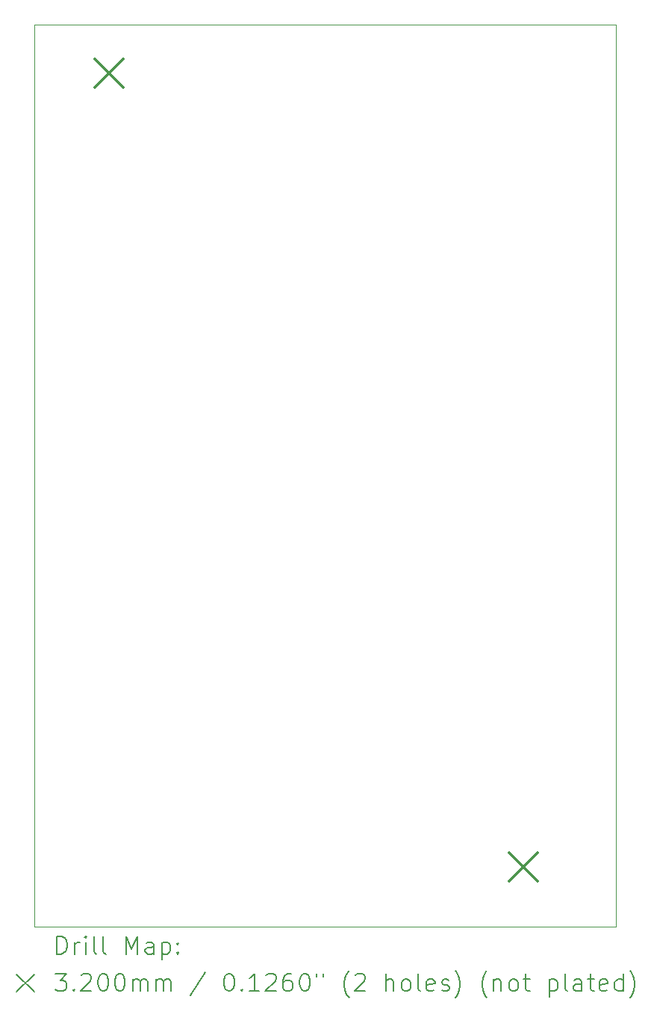
<source format=gbr>
%TF.GenerationSoftware,KiCad,Pcbnew,8.0.2-1*%
%TF.CreationDate,2024-11-16T17:54:16-05:00*%
%TF.ProjectId,JB_PCB,4a425f50-4342-42e6-9b69-6361645f7063,rev?*%
%TF.SameCoordinates,Original*%
%TF.FileFunction,Drillmap*%
%TF.FilePolarity,Positive*%
%FSLAX45Y45*%
G04 Gerber Fmt 4.5, Leading zero omitted, Abs format (unit mm)*
G04 Created by KiCad (PCBNEW 8.0.2-1) date 2024-11-16 17:54:16*
%MOMM*%
%LPD*%
G01*
G04 APERTURE LIST*
%ADD10C,0.050000*%
%ADD11C,0.200000*%
%ADD12C,0.320000*%
G04 APERTURE END LIST*
D10*
X10250000Y-4350000D02*
X16850000Y-4350000D01*
X16850000Y-14575000D01*
X10250000Y-14575000D01*
X10250000Y-4350000D01*
D11*
D12*
X10940000Y-4740000D02*
X11260000Y-5060000D01*
X11260000Y-4740000D02*
X10940000Y-5060000D01*
X15640000Y-13740000D02*
X15960000Y-14060000D01*
X15960000Y-13740000D02*
X15640000Y-14060000D01*
D11*
X10508277Y-14888984D02*
X10508277Y-14688984D01*
X10508277Y-14688984D02*
X10555896Y-14688984D01*
X10555896Y-14688984D02*
X10584467Y-14698508D01*
X10584467Y-14698508D02*
X10603515Y-14717555D01*
X10603515Y-14717555D02*
X10613039Y-14736603D01*
X10613039Y-14736603D02*
X10622563Y-14774698D01*
X10622563Y-14774698D02*
X10622563Y-14803269D01*
X10622563Y-14803269D02*
X10613039Y-14841365D01*
X10613039Y-14841365D02*
X10603515Y-14860412D01*
X10603515Y-14860412D02*
X10584467Y-14879460D01*
X10584467Y-14879460D02*
X10555896Y-14888984D01*
X10555896Y-14888984D02*
X10508277Y-14888984D01*
X10708277Y-14888984D02*
X10708277Y-14755650D01*
X10708277Y-14793746D02*
X10717801Y-14774698D01*
X10717801Y-14774698D02*
X10727324Y-14765174D01*
X10727324Y-14765174D02*
X10746372Y-14755650D01*
X10746372Y-14755650D02*
X10765420Y-14755650D01*
X10832086Y-14888984D02*
X10832086Y-14755650D01*
X10832086Y-14688984D02*
X10822563Y-14698508D01*
X10822563Y-14698508D02*
X10832086Y-14708031D01*
X10832086Y-14708031D02*
X10841610Y-14698508D01*
X10841610Y-14698508D02*
X10832086Y-14688984D01*
X10832086Y-14688984D02*
X10832086Y-14708031D01*
X10955896Y-14888984D02*
X10936848Y-14879460D01*
X10936848Y-14879460D02*
X10927324Y-14860412D01*
X10927324Y-14860412D02*
X10927324Y-14688984D01*
X11060658Y-14888984D02*
X11041610Y-14879460D01*
X11041610Y-14879460D02*
X11032086Y-14860412D01*
X11032086Y-14860412D02*
X11032086Y-14688984D01*
X11289229Y-14888984D02*
X11289229Y-14688984D01*
X11289229Y-14688984D02*
X11355896Y-14831841D01*
X11355896Y-14831841D02*
X11422562Y-14688984D01*
X11422562Y-14688984D02*
X11422562Y-14888984D01*
X11603515Y-14888984D02*
X11603515Y-14784222D01*
X11603515Y-14784222D02*
X11593991Y-14765174D01*
X11593991Y-14765174D02*
X11574943Y-14755650D01*
X11574943Y-14755650D02*
X11536848Y-14755650D01*
X11536848Y-14755650D02*
X11517801Y-14765174D01*
X11603515Y-14879460D02*
X11584467Y-14888984D01*
X11584467Y-14888984D02*
X11536848Y-14888984D01*
X11536848Y-14888984D02*
X11517801Y-14879460D01*
X11517801Y-14879460D02*
X11508277Y-14860412D01*
X11508277Y-14860412D02*
X11508277Y-14841365D01*
X11508277Y-14841365D02*
X11517801Y-14822317D01*
X11517801Y-14822317D02*
X11536848Y-14812793D01*
X11536848Y-14812793D02*
X11584467Y-14812793D01*
X11584467Y-14812793D02*
X11603515Y-14803269D01*
X11698753Y-14755650D02*
X11698753Y-14955650D01*
X11698753Y-14765174D02*
X11717801Y-14755650D01*
X11717801Y-14755650D02*
X11755896Y-14755650D01*
X11755896Y-14755650D02*
X11774943Y-14765174D01*
X11774943Y-14765174D02*
X11784467Y-14774698D01*
X11784467Y-14774698D02*
X11793991Y-14793746D01*
X11793991Y-14793746D02*
X11793991Y-14850888D01*
X11793991Y-14850888D02*
X11784467Y-14869936D01*
X11784467Y-14869936D02*
X11774943Y-14879460D01*
X11774943Y-14879460D02*
X11755896Y-14888984D01*
X11755896Y-14888984D02*
X11717801Y-14888984D01*
X11717801Y-14888984D02*
X11698753Y-14879460D01*
X11879705Y-14869936D02*
X11889229Y-14879460D01*
X11889229Y-14879460D02*
X11879705Y-14888984D01*
X11879705Y-14888984D02*
X11870182Y-14879460D01*
X11870182Y-14879460D02*
X11879705Y-14869936D01*
X11879705Y-14869936D02*
X11879705Y-14888984D01*
X11879705Y-14765174D02*
X11889229Y-14774698D01*
X11889229Y-14774698D02*
X11879705Y-14784222D01*
X11879705Y-14784222D02*
X11870182Y-14774698D01*
X11870182Y-14774698D02*
X11879705Y-14765174D01*
X11879705Y-14765174D02*
X11879705Y-14784222D01*
X10047500Y-15117500D02*
X10247500Y-15317500D01*
X10247500Y-15117500D02*
X10047500Y-15317500D01*
X10489229Y-15108984D02*
X10613039Y-15108984D01*
X10613039Y-15108984D02*
X10546372Y-15185174D01*
X10546372Y-15185174D02*
X10574944Y-15185174D01*
X10574944Y-15185174D02*
X10593991Y-15194698D01*
X10593991Y-15194698D02*
X10603515Y-15204222D01*
X10603515Y-15204222D02*
X10613039Y-15223269D01*
X10613039Y-15223269D02*
X10613039Y-15270888D01*
X10613039Y-15270888D02*
X10603515Y-15289936D01*
X10603515Y-15289936D02*
X10593991Y-15299460D01*
X10593991Y-15299460D02*
X10574944Y-15308984D01*
X10574944Y-15308984D02*
X10517801Y-15308984D01*
X10517801Y-15308984D02*
X10498753Y-15299460D01*
X10498753Y-15299460D02*
X10489229Y-15289936D01*
X10698753Y-15289936D02*
X10708277Y-15299460D01*
X10708277Y-15299460D02*
X10698753Y-15308984D01*
X10698753Y-15308984D02*
X10689229Y-15299460D01*
X10689229Y-15299460D02*
X10698753Y-15289936D01*
X10698753Y-15289936D02*
X10698753Y-15308984D01*
X10784467Y-15128031D02*
X10793991Y-15118508D01*
X10793991Y-15118508D02*
X10813039Y-15108984D01*
X10813039Y-15108984D02*
X10860658Y-15108984D01*
X10860658Y-15108984D02*
X10879705Y-15118508D01*
X10879705Y-15118508D02*
X10889229Y-15128031D01*
X10889229Y-15128031D02*
X10898753Y-15147079D01*
X10898753Y-15147079D02*
X10898753Y-15166127D01*
X10898753Y-15166127D02*
X10889229Y-15194698D01*
X10889229Y-15194698D02*
X10774944Y-15308984D01*
X10774944Y-15308984D02*
X10898753Y-15308984D01*
X11022563Y-15108984D02*
X11041610Y-15108984D01*
X11041610Y-15108984D02*
X11060658Y-15118508D01*
X11060658Y-15118508D02*
X11070182Y-15128031D01*
X11070182Y-15128031D02*
X11079705Y-15147079D01*
X11079705Y-15147079D02*
X11089229Y-15185174D01*
X11089229Y-15185174D02*
X11089229Y-15232793D01*
X11089229Y-15232793D02*
X11079705Y-15270888D01*
X11079705Y-15270888D02*
X11070182Y-15289936D01*
X11070182Y-15289936D02*
X11060658Y-15299460D01*
X11060658Y-15299460D02*
X11041610Y-15308984D01*
X11041610Y-15308984D02*
X11022563Y-15308984D01*
X11022563Y-15308984D02*
X11003515Y-15299460D01*
X11003515Y-15299460D02*
X10993991Y-15289936D01*
X10993991Y-15289936D02*
X10984467Y-15270888D01*
X10984467Y-15270888D02*
X10974944Y-15232793D01*
X10974944Y-15232793D02*
X10974944Y-15185174D01*
X10974944Y-15185174D02*
X10984467Y-15147079D01*
X10984467Y-15147079D02*
X10993991Y-15128031D01*
X10993991Y-15128031D02*
X11003515Y-15118508D01*
X11003515Y-15118508D02*
X11022563Y-15108984D01*
X11213039Y-15108984D02*
X11232086Y-15108984D01*
X11232086Y-15108984D02*
X11251134Y-15118508D01*
X11251134Y-15118508D02*
X11260658Y-15128031D01*
X11260658Y-15128031D02*
X11270182Y-15147079D01*
X11270182Y-15147079D02*
X11279705Y-15185174D01*
X11279705Y-15185174D02*
X11279705Y-15232793D01*
X11279705Y-15232793D02*
X11270182Y-15270888D01*
X11270182Y-15270888D02*
X11260658Y-15289936D01*
X11260658Y-15289936D02*
X11251134Y-15299460D01*
X11251134Y-15299460D02*
X11232086Y-15308984D01*
X11232086Y-15308984D02*
X11213039Y-15308984D01*
X11213039Y-15308984D02*
X11193991Y-15299460D01*
X11193991Y-15299460D02*
X11184467Y-15289936D01*
X11184467Y-15289936D02*
X11174944Y-15270888D01*
X11174944Y-15270888D02*
X11165420Y-15232793D01*
X11165420Y-15232793D02*
X11165420Y-15185174D01*
X11165420Y-15185174D02*
X11174944Y-15147079D01*
X11174944Y-15147079D02*
X11184467Y-15128031D01*
X11184467Y-15128031D02*
X11193991Y-15118508D01*
X11193991Y-15118508D02*
X11213039Y-15108984D01*
X11365420Y-15308984D02*
X11365420Y-15175650D01*
X11365420Y-15194698D02*
X11374943Y-15185174D01*
X11374943Y-15185174D02*
X11393991Y-15175650D01*
X11393991Y-15175650D02*
X11422563Y-15175650D01*
X11422563Y-15175650D02*
X11441610Y-15185174D01*
X11441610Y-15185174D02*
X11451134Y-15204222D01*
X11451134Y-15204222D02*
X11451134Y-15308984D01*
X11451134Y-15204222D02*
X11460658Y-15185174D01*
X11460658Y-15185174D02*
X11479705Y-15175650D01*
X11479705Y-15175650D02*
X11508277Y-15175650D01*
X11508277Y-15175650D02*
X11527324Y-15185174D01*
X11527324Y-15185174D02*
X11536848Y-15204222D01*
X11536848Y-15204222D02*
X11536848Y-15308984D01*
X11632086Y-15308984D02*
X11632086Y-15175650D01*
X11632086Y-15194698D02*
X11641610Y-15185174D01*
X11641610Y-15185174D02*
X11660658Y-15175650D01*
X11660658Y-15175650D02*
X11689229Y-15175650D01*
X11689229Y-15175650D02*
X11708277Y-15185174D01*
X11708277Y-15185174D02*
X11717801Y-15204222D01*
X11717801Y-15204222D02*
X11717801Y-15308984D01*
X11717801Y-15204222D02*
X11727324Y-15185174D01*
X11727324Y-15185174D02*
X11746372Y-15175650D01*
X11746372Y-15175650D02*
X11774943Y-15175650D01*
X11774943Y-15175650D02*
X11793991Y-15185174D01*
X11793991Y-15185174D02*
X11803515Y-15204222D01*
X11803515Y-15204222D02*
X11803515Y-15308984D01*
X12193991Y-15099460D02*
X12022563Y-15356603D01*
X12451134Y-15108984D02*
X12470182Y-15108984D01*
X12470182Y-15108984D02*
X12489229Y-15118508D01*
X12489229Y-15118508D02*
X12498753Y-15128031D01*
X12498753Y-15128031D02*
X12508277Y-15147079D01*
X12508277Y-15147079D02*
X12517801Y-15185174D01*
X12517801Y-15185174D02*
X12517801Y-15232793D01*
X12517801Y-15232793D02*
X12508277Y-15270888D01*
X12508277Y-15270888D02*
X12498753Y-15289936D01*
X12498753Y-15289936D02*
X12489229Y-15299460D01*
X12489229Y-15299460D02*
X12470182Y-15308984D01*
X12470182Y-15308984D02*
X12451134Y-15308984D01*
X12451134Y-15308984D02*
X12432086Y-15299460D01*
X12432086Y-15299460D02*
X12422563Y-15289936D01*
X12422563Y-15289936D02*
X12413039Y-15270888D01*
X12413039Y-15270888D02*
X12403515Y-15232793D01*
X12403515Y-15232793D02*
X12403515Y-15185174D01*
X12403515Y-15185174D02*
X12413039Y-15147079D01*
X12413039Y-15147079D02*
X12422563Y-15128031D01*
X12422563Y-15128031D02*
X12432086Y-15118508D01*
X12432086Y-15118508D02*
X12451134Y-15108984D01*
X12603515Y-15289936D02*
X12613039Y-15299460D01*
X12613039Y-15299460D02*
X12603515Y-15308984D01*
X12603515Y-15308984D02*
X12593991Y-15299460D01*
X12593991Y-15299460D02*
X12603515Y-15289936D01*
X12603515Y-15289936D02*
X12603515Y-15308984D01*
X12803515Y-15308984D02*
X12689229Y-15308984D01*
X12746372Y-15308984D02*
X12746372Y-15108984D01*
X12746372Y-15108984D02*
X12727325Y-15137555D01*
X12727325Y-15137555D02*
X12708277Y-15156603D01*
X12708277Y-15156603D02*
X12689229Y-15166127D01*
X12879706Y-15128031D02*
X12889229Y-15118508D01*
X12889229Y-15118508D02*
X12908277Y-15108984D01*
X12908277Y-15108984D02*
X12955896Y-15108984D01*
X12955896Y-15108984D02*
X12974944Y-15118508D01*
X12974944Y-15118508D02*
X12984467Y-15128031D01*
X12984467Y-15128031D02*
X12993991Y-15147079D01*
X12993991Y-15147079D02*
X12993991Y-15166127D01*
X12993991Y-15166127D02*
X12984467Y-15194698D01*
X12984467Y-15194698D02*
X12870182Y-15308984D01*
X12870182Y-15308984D02*
X12993991Y-15308984D01*
X13165420Y-15108984D02*
X13127325Y-15108984D01*
X13127325Y-15108984D02*
X13108277Y-15118508D01*
X13108277Y-15118508D02*
X13098753Y-15128031D01*
X13098753Y-15128031D02*
X13079706Y-15156603D01*
X13079706Y-15156603D02*
X13070182Y-15194698D01*
X13070182Y-15194698D02*
X13070182Y-15270888D01*
X13070182Y-15270888D02*
X13079706Y-15289936D01*
X13079706Y-15289936D02*
X13089229Y-15299460D01*
X13089229Y-15299460D02*
X13108277Y-15308984D01*
X13108277Y-15308984D02*
X13146372Y-15308984D01*
X13146372Y-15308984D02*
X13165420Y-15299460D01*
X13165420Y-15299460D02*
X13174944Y-15289936D01*
X13174944Y-15289936D02*
X13184467Y-15270888D01*
X13184467Y-15270888D02*
X13184467Y-15223269D01*
X13184467Y-15223269D02*
X13174944Y-15204222D01*
X13174944Y-15204222D02*
X13165420Y-15194698D01*
X13165420Y-15194698D02*
X13146372Y-15185174D01*
X13146372Y-15185174D02*
X13108277Y-15185174D01*
X13108277Y-15185174D02*
X13089229Y-15194698D01*
X13089229Y-15194698D02*
X13079706Y-15204222D01*
X13079706Y-15204222D02*
X13070182Y-15223269D01*
X13308277Y-15108984D02*
X13327325Y-15108984D01*
X13327325Y-15108984D02*
X13346372Y-15118508D01*
X13346372Y-15118508D02*
X13355896Y-15128031D01*
X13355896Y-15128031D02*
X13365420Y-15147079D01*
X13365420Y-15147079D02*
X13374944Y-15185174D01*
X13374944Y-15185174D02*
X13374944Y-15232793D01*
X13374944Y-15232793D02*
X13365420Y-15270888D01*
X13365420Y-15270888D02*
X13355896Y-15289936D01*
X13355896Y-15289936D02*
X13346372Y-15299460D01*
X13346372Y-15299460D02*
X13327325Y-15308984D01*
X13327325Y-15308984D02*
X13308277Y-15308984D01*
X13308277Y-15308984D02*
X13289229Y-15299460D01*
X13289229Y-15299460D02*
X13279706Y-15289936D01*
X13279706Y-15289936D02*
X13270182Y-15270888D01*
X13270182Y-15270888D02*
X13260658Y-15232793D01*
X13260658Y-15232793D02*
X13260658Y-15185174D01*
X13260658Y-15185174D02*
X13270182Y-15147079D01*
X13270182Y-15147079D02*
X13279706Y-15128031D01*
X13279706Y-15128031D02*
X13289229Y-15118508D01*
X13289229Y-15118508D02*
X13308277Y-15108984D01*
X13451134Y-15108984D02*
X13451134Y-15147079D01*
X13527325Y-15108984D02*
X13527325Y-15147079D01*
X13822563Y-15385174D02*
X13813039Y-15375650D01*
X13813039Y-15375650D02*
X13793991Y-15347079D01*
X13793991Y-15347079D02*
X13784468Y-15328031D01*
X13784468Y-15328031D02*
X13774944Y-15299460D01*
X13774944Y-15299460D02*
X13765420Y-15251841D01*
X13765420Y-15251841D02*
X13765420Y-15213746D01*
X13765420Y-15213746D02*
X13774944Y-15166127D01*
X13774944Y-15166127D02*
X13784468Y-15137555D01*
X13784468Y-15137555D02*
X13793991Y-15118508D01*
X13793991Y-15118508D02*
X13813039Y-15089936D01*
X13813039Y-15089936D02*
X13822563Y-15080412D01*
X13889229Y-15128031D02*
X13898753Y-15118508D01*
X13898753Y-15118508D02*
X13917801Y-15108984D01*
X13917801Y-15108984D02*
X13965420Y-15108984D01*
X13965420Y-15108984D02*
X13984468Y-15118508D01*
X13984468Y-15118508D02*
X13993991Y-15128031D01*
X13993991Y-15128031D02*
X14003515Y-15147079D01*
X14003515Y-15147079D02*
X14003515Y-15166127D01*
X14003515Y-15166127D02*
X13993991Y-15194698D01*
X13993991Y-15194698D02*
X13879706Y-15308984D01*
X13879706Y-15308984D02*
X14003515Y-15308984D01*
X14241610Y-15308984D02*
X14241610Y-15108984D01*
X14327325Y-15308984D02*
X14327325Y-15204222D01*
X14327325Y-15204222D02*
X14317801Y-15185174D01*
X14317801Y-15185174D02*
X14298753Y-15175650D01*
X14298753Y-15175650D02*
X14270182Y-15175650D01*
X14270182Y-15175650D02*
X14251134Y-15185174D01*
X14251134Y-15185174D02*
X14241610Y-15194698D01*
X14451134Y-15308984D02*
X14432087Y-15299460D01*
X14432087Y-15299460D02*
X14422563Y-15289936D01*
X14422563Y-15289936D02*
X14413039Y-15270888D01*
X14413039Y-15270888D02*
X14413039Y-15213746D01*
X14413039Y-15213746D02*
X14422563Y-15194698D01*
X14422563Y-15194698D02*
X14432087Y-15185174D01*
X14432087Y-15185174D02*
X14451134Y-15175650D01*
X14451134Y-15175650D02*
X14479706Y-15175650D01*
X14479706Y-15175650D02*
X14498753Y-15185174D01*
X14498753Y-15185174D02*
X14508277Y-15194698D01*
X14508277Y-15194698D02*
X14517801Y-15213746D01*
X14517801Y-15213746D02*
X14517801Y-15270888D01*
X14517801Y-15270888D02*
X14508277Y-15289936D01*
X14508277Y-15289936D02*
X14498753Y-15299460D01*
X14498753Y-15299460D02*
X14479706Y-15308984D01*
X14479706Y-15308984D02*
X14451134Y-15308984D01*
X14632087Y-15308984D02*
X14613039Y-15299460D01*
X14613039Y-15299460D02*
X14603515Y-15280412D01*
X14603515Y-15280412D02*
X14603515Y-15108984D01*
X14784468Y-15299460D02*
X14765420Y-15308984D01*
X14765420Y-15308984D02*
X14727325Y-15308984D01*
X14727325Y-15308984D02*
X14708277Y-15299460D01*
X14708277Y-15299460D02*
X14698753Y-15280412D01*
X14698753Y-15280412D02*
X14698753Y-15204222D01*
X14698753Y-15204222D02*
X14708277Y-15185174D01*
X14708277Y-15185174D02*
X14727325Y-15175650D01*
X14727325Y-15175650D02*
X14765420Y-15175650D01*
X14765420Y-15175650D02*
X14784468Y-15185174D01*
X14784468Y-15185174D02*
X14793991Y-15204222D01*
X14793991Y-15204222D02*
X14793991Y-15223269D01*
X14793991Y-15223269D02*
X14698753Y-15242317D01*
X14870182Y-15299460D02*
X14889230Y-15308984D01*
X14889230Y-15308984D02*
X14927325Y-15308984D01*
X14927325Y-15308984D02*
X14946372Y-15299460D01*
X14946372Y-15299460D02*
X14955896Y-15280412D01*
X14955896Y-15280412D02*
X14955896Y-15270888D01*
X14955896Y-15270888D02*
X14946372Y-15251841D01*
X14946372Y-15251841D02*
X14927325Y-15242317D01*
X14927325Y-15242317D02*
X14898753Y-15242317D01*
X14898753Y-15242317D02*
X14879706Y-15232793D01*
X14879706Y-15232793D02*
X14870182Y-15213746D01*
X14870182Y-15213746D02*
X14870182Y-15204222D01*
X14870182Y-15204222D02*
X14879706Y-15185174D01*
X14879706Y-15185174D02*
X14898753Y-15175650D01*
X14898753Y-15175650D02*
X14927325Y-15175650D01*
X14927325Y-15175650D02*
X14946372Y-15185174D01*
X15022563Y-15385174D02*
X15032087Y-15375650D01*
X15032087Y-15375650D02*
X15051134Y-15347079D01*
X15051134Y-15347079D02*
X15060658Y-15328031D01*
X15060658Y-15328031D02*
X15070182Y-15299460D01*
X15070182Y-15299460D02*
X15079706Y-15251841D01*
X15079706Y-15251841D02*
X15079706Y-15213746D01*
X15079706Y-15213746D02*
X15070182Y-15166127D01*
X15070182Y-15166127D02*
X15060658Y-15137555D01*
X15060658Y-15137555D02*
X15051134Y-15118508D01*
X15051134Y-15118508D02*
X15032087Y-15089936D01*
X15032087Y-15089936D02*
X15022563Y-15080412D01*
X15384468Y-15385174D02*
X15374944Y-15375650D01*
X15374944Y-15375650D02*
X15355896Y-15347079D01*
X15355896Y-15347079D02*
X15346372Y-15328031D01*
X15346372Y-15328031D02*
X15336849Y-15299460D01*
X15336849Y-15299460D02*
X15327325Y-15251841D01*
X15327325Y-15251841D02*
X15327325Y-15213746D01*
X15327325Y-15213746D02*
X15336849Y-15166127D01*
X15336849Y-15166127D02*
X15346372Y-15137555D01*
X15346372Y-15137555D02*
X15355896Y-15118508D01*
X15355896Y-15118508D02*
X15374944Y-15089936D01*
X15374944Y-15089936D02*
X15384468Y-15080412D01*
X15460658Y-15175650D02*
X15460658Y-15308984D01*
X15460658Y-15194698D02*
X15470182Y-15185174D01*
X15470182Y-15185174D02*
X15489230Y-15175650D01*
X15489230Y-15175650D02*
X15517801Y-15175650D01*
X15517801Y-15175650D02*
X15536849Y-15185174D01*
X15536849Y-15185174D02*
X15546372Y-15204222D01*
X15546372Y-15204222D02*
X15546372Y-15308984D01*
X15670182Y-15308984D02*
X15651134Y-15299460D01*
X15651134Y-15299460D02*
X15641611Y-15289936D01*
X15641611Y-15289936D02*
X15632087Y-15270888D01*
X15632087Y-15270888D02*
X15632087Y-15213746D01*
X15632087Y-15213746D02*
X15641611Y-15194698D01*
X15641611Y-15194698D02*
X15651134Y-15185174D01*
X15651134Y-15185174D02*
X15670182Y-15175650D01*
X15670182Y-15175650D02*
X15698753Y-15175650D01*
X15698753Y-15175650D02*
X15717801Y-15185174D01*
X15717801Y-15185174D02*
X15727325Y-15194698D01*
X15727325Y-15194698D02*
X15736849Y-15213746D01*
X15736849Y-15213746D02*
X15736849Y-15270888D01*
X15736849Y-15270888D02*
X15727325Y-15289936D01*
X15727325Y-15289936D02*
X15717801Y-15299460D01*
X15717801Y-15299460D02*
X15698753Y-15308984D01*
X15698753Y-15308984D02*
X15670182Y-15308984D01*
X15793992Y-15175650D02*
X15870182Y-15175650D01*
X15822563Y-15108984D02*
X15822563Y-15280412D01*
X15822563Y-15280412D02*
X15832087Y-15299460D01*
X15832087Y-15299460D02*
X15851134Y-15308984D01*
X15851134Y-15308984D02*
X15870182Y-15308984D01*
X16089230Y-15175650D02*
X16089230Y-15375650D01*
X16089230Y-15185174D02*
X16108277Y-15175650D01*
X16108277Y-15175650D02*
X16146373Y-15175650D01*
X16146373Y-15175650D02*
X16165420Y-15185174D01*
X16165420Y-15185174D02*
X16174944Y-15194698D01*
X16174944Y-15194698D02*
X16184468Y-15213746D01*
X16184468Y-15213746D02*
X16184468Y-15270888D01*
X16184468Y-15270888D02*
X16174944Y-15289936D01*
X16174944Y-15289936D02*
X16165420Y-15299460D01*
X16165420Y-15299460D02*
X16146373Y-15308984D01*
X16146373Y-15308984D02*
X16108277Y-15308984D01*
X16108277Y-15308984D02*
X16089230Y-15299460D01*
X16298753Y-15308984D02*
X16279706Y-15299460D01*
X16279706Y-15299460D02*
X16270182Y-15280412D01*
X16270182Y-15280412D02*
X16270182Y-15108984D01*
X16460658Y-15308984D02*
X16460658Y-15204222D01*
X16460658Y-15204222D02*
X16451134Y-15185174D01*
X16451134Y-15185174D02*
X16432087Y-15175650D01*
X16432087Y-15175650D02*
X16393992Y-15175650D01*
X16393992Y-15175650D02*
X16374944Y-15185174D01*
X16460658Y-15299460D02*
X16441611Y-15308984D01*
X16441611Y-15308984D02*
X16393992Y-15308984D01*
X16393992Y-15308984D02*
X16374944Y-15299460D01*
X16374944Y-15299460D02*
X16365420Y-15280412D01*
X16365420Y-15280412D02*
X16365420Y-15261365D01*
X16365420Y-15261365D02*
X16374944Y-15242317D01*
X16374944Y-15242317D02*
X16393992Y-15232793D01*
X16393992Y-15232793D02*
X16441611Y-15232793D01*
X16441611Y-15232793D02*
X16460658Y-15223269D01*
X16527325Y-15175650D02*
X16603515Y-15175650D01*
X16555896Y-15108984D02*
X16555896Y-15280412D01*
X16555896Y-15280412D02*
X16565420Y-15299460D01*
X16565420Y-15299460D02*
X16584468Y-15308984D01*
X16584468Y-15308984D02*
X16603515Y-15308984D01*
X16746373Y-15299460D02*
X16727325Y-15308984D01*
X16727325Y-15308984D02*
X16689230Y-15308984D01*
X16689230Y-15308984D02*
X16670182Y-15299460D01*
X16670182Y-15299460D02*
X16660658Y-15280412D01*
X16660658Y-15280412D02*
X16660658Y-15204222D01*
X16660658Y-15204222D02*
X16670182Y-15185174D01*
X16670182Y-15185174D02*
X16689230Y-15175650D01*
X16689230Y-15175650D02*
X16727325Y-15175650D01*
X16727325Y-15175650D02*
X16746373Y-15185174D01*
X16746373Y-15185174D02*
X16755896Y-15204222D01*
X16755896Y-15204222D02*
X16755896Y-15223269D01*
X16755896Y-15223269D02*
X16660658Y-15242317D01*
X16927325Y-15308984D02*
X16927325Y-15108984D01*
X16927325Y-15299460D02*
X16908277Y-15308984D01*
X16908277Y-15308984D02*
X16870182Y-15308984D01*
X16870182Y-15308984D02*
X16851135Y-15299460D01*
X16851135Y-15299460D02*
X16841611Y-15289936D01*
X16841611Y-15289936D02*
X16832087Y-15270888D01*
X16832087Y-15270888D02*
X16832087Y-15213746D01*
X16832087Y-15213746D02*
X16841611Y-15194698D01*
X16841611Y-15194698D02*
X16851135Y-15185174D01*
X16851135Y-15185174D02*
X16870182Y-15175650D01*
X16870182Y-15175650D02*
X16908277Y-15175650D01*
X16908277Y-15175650D02*
X16927325Y-15185174D01*
X17003516Y-15385174D02*
X17013039Y-15375650D01*
X17013039Y-15375650D02*
X17032087Y-15347079D01*
X17032087Y-15347079D02*
X17041611Y-15328031D01*
X17041611Y-15328031D02*
X17051135Y-15299460D01*
X17051135Y-15299460D02*
X17060658Y-15251841D01*
X17060658Y-15251841D02*
X17060658Y-15213746D01*
X17060658Y-15213746D02*
X17051135Y-15166127D01*
X17051135Y-15166127D02*
X17041611Y-15137555D01*
X17041611Y-15137555D02*
X17032087Y-15118508D01*
X17032087Y-15118508D02*
X17013039Y-15089936D01*
X17013039Y-15089936D02*
X17003516Y-15080412D01*
M02*

</source>
